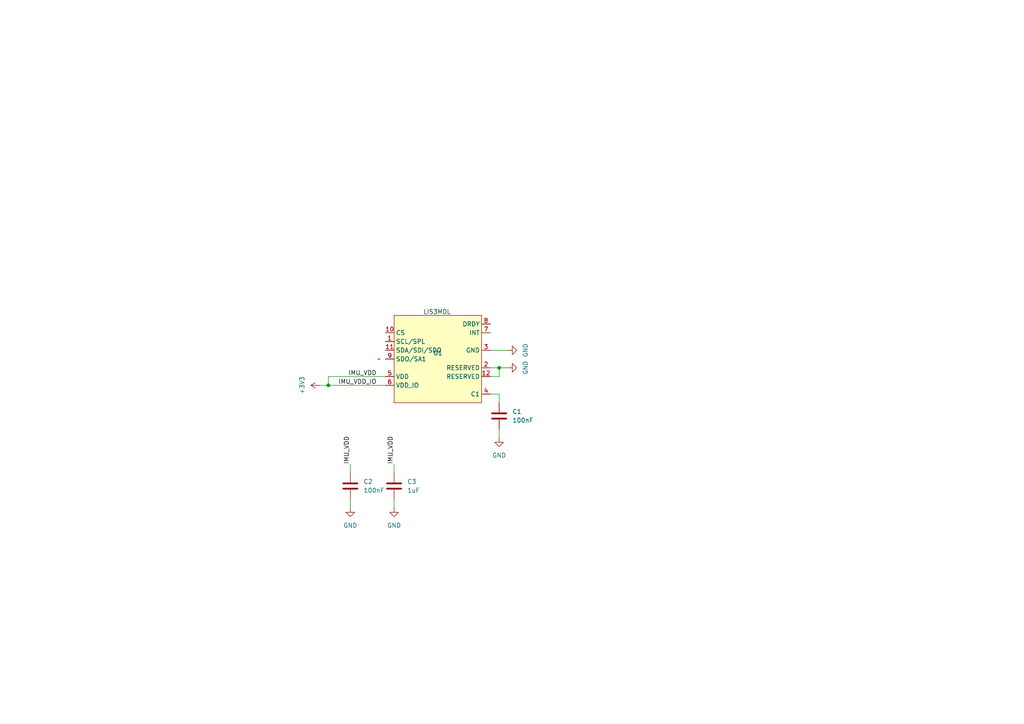
<source format=kicad_sch>
(kicad_sch (version 20231120) (generator "eeschema") (generator_version "8.0")
  (paper "A4")
  (lib_symbols
    (symbol "CUBESAT:LIS3DML"
      (property "Reference" "U" (at 0 15.494 0))
      (symbol "LIS3DML_0_0"
        (pin input line (at -15.24 5.08 0) (length 2.54) (name "SCL/SPL") (number "1"))
        (pin input line (at -15.24 7.62 0) (length 2.54) (name "CS") (number "10"))
        (pin input line (at -15.24 2.54 0) (length 2.54) (name "SDA/SDI/SDO") (number "11"))
        (pin passive line (at 15.24 -5.08 180) (length 2.54) (name "RESERVED") (number "12"))
        (pin passive line (at 15.24 -2.54 180) (length 2.54) (name "RESERVED") (number "2"))
        (pin power_in line (at 15.24 2.54 180) (length 2.54) (name "GND") (number "3"))
        (pin power_out line (at 15.24 -10.16 180) (length 2.54) (name "C1") (number "4"))
        (pin power_in line (at -15.24 -5.08 0) (length 2.54) (name "VDD") (number "5"))
        (pin power_in line (at -15.24 -7.62 0) (length 2.54) (name "VDD_IO") (number "6"))
        (pin output line (at 15.24 7.62 180) (length 2.54) (name "INT") (number "7"))
        (pin output line (at 15.24 10.16 180) (length 2.54) (name "DRDY") (number "8"))
        (pin output line (at -15.24 0 0) (length 2.54) (name "SDO/SA1") (number "9"))
      )
      (symbol "LIS3DML_1_1"
        (rectangle (start -12.7 12.7) (end 12.7 -12.7) (fill (type background)))
        (text "LIS3MDL" (at -0.254 13.716 0) (effects (font (size 1.27 1.27))))
      )
    )
    (symbol "Device:C" (pin_numbers hide) (pin_names (offset 0.254))
      (property "Reference" "C" (at 0.635 2.54 0))
      (property "Value" "C" (at 0.635 -2.54 0))
      (symbol "C_0_1"
        (polyline (pts (xy -2.032 -0.762) (xy 2.032 -0.762)) (stroke (width 0.508)))
        (polyline (pts (xy -2.032 0.762) (xy 2.032 0.762)) (stroke (width 0.508)))
      )
      (symbol "C_1_1"
        (pin passive line (at 0 3.81 270) (length 2.794) (name "~") (number "1"))
        (pin passive line (at 0 -3.81 90) (length 2.794) (name "~") (number "2"))
      )
    )
    (symbol "power:+3V3" (power) (pin_numbers hide) (pin_names (offset 0) hide)
      (property "Value" "+3V3" (at 0 3.556 0))
      (symbol "+3V3_0_1"
        (polyline (pts (xy -0.762 1.27) (xy 0 2.54)))
        (polyline (pts (xy 0 0) (xy 0 2.54)))
        (polyline (pts (xy 0 2.54) (xy 0.762 1.27)))
      )
      (symbol "+3V3_1_1"
        (pin power_in line (at 0 0 90) (length 0) (name "~") (number "1"))
      )
    )
    (symbol "power:GND" (power) (pin_numbers hide) (pin_names (offset 0) hide)
      (property "Value" "GND" (at 0 -3.81 0))
      (symbol "GND_0_1"
        (polyline (pts (xy 0 0) (xy 0 -1.27) (xy 1.27 -1.27) (xy 0 -2.54) (xy -1.27 -1.27) (xy 0 -1.27)))
      )
      (symbol "GND_1_1"
        (pin power_in line (at 0 0 270) (length 0) (name "~") (number "1"))
      )
    )
  )
  (junction (at 95.25 111.76))
  (junction (at 144.78 106.68))
  (wire (pts (xy 147.32 101.6) (xy 142.24 101.6)))
  (wire (pts (xy 147.32 106.68) (xy 144.78 106.68)))
  (wire (pts (xy 144.78 109.22) (xy 142.24 109.22)))
  (wire (pts (xy 92.71 111.76) (xy 95.25 111.76)))
  (wire (pts (xy 144.78 127) (xy 144.78 124.46)))
  (wire (pts (xy 101.6 137.16) (xy 101.6 134.62)))
  (wire (pts (xy 144.78 114.3) (xy 142.24 114.3)))
  (wire (pts (xy 95.25 111.76) (xy 111.76 111.76)))
  (wire (pts (xy 144.78 106.68) (xy 142.24 106.68)))
  (wire (pts (xy 144.78 116.84) (xy 144.78 114.3)))
  (wire (pts (xy 114.3 137.16) (xy 114.3 134.62)))
  (wire (pts (xy 95.25 109.22) (xy 111.76 109.22)))
  (wire (pts (xy 95.25 109.22) (xy 95.25 111.76)))
  (wire (pts (xy 101.6 147.32) (xy 101.6 144.78)))
  (wire (pts (xy 114.3 147.32) (xy 114.3 144.78)))
  (wire (pts (xy 144.78 109.22) (xy 144.78 106.68)))
  (label "IMU_VDD" (at 101.6 134.62 90))
  (label "IMU_VDD" (at 114.3 134.62 90))
  (label "IMU_VDD_IO" (at 109.22 111.76 180))
  (label "IMU_VDD" (at 109.22 109.22 180))
  (symbol (lib_id "Device:C") (at 114.3 140.97 0) (unit 1)
    (property "Reference" "C3" (at 118.11 139.6999 0) (effects (justify left)))
    (property "Value" "1uF" (at 118.11 142.2399 0) (effects (justify left)))
    (property "Description" "Unpolarized capacitor" (effects (hide yes)))
  )
  (symbol (lib_id "Device:C") (at 144.78 120.65 180) (unit 1)
    (property "Reference" "C1" (at 148.59 119.3799 0) (effects (justify right)))
    (property "Value" "100nF" (at 148.59 121.9199 0) (effects (justify right)))
    (property "Description" "Unpolarized capacitor" (effects (hide yes)))
  )
  (symbol (lib_id "power:+3V3") (at 92.71 111.76 90) (unit 1)
    (property "Reference" "#PWR02" (effects (hide yes)))
    (property "Value" "+3V3" (at 87.63 111.76 0))
    (property "Description" "Power symbol creates a global label with name \"+3V3\"" (effects (hide yes)))
  )
  (symbol (lib_id "CUBESAT:LIS3DML") (at 127 104.14 0) (unit 1)
    (property "Reference" "U1" (at 127 102.362 0))
    (property "Value" "~" (at 110.49 104.14 0) (effects (justify right)))
    (property "Datasheet" "https://www.st.com/resource/en/datasheet/lis3mdl.pdf" (effects (hide yes)))
    (property "Description" "The LIS3MDL is an ultralow-power high-performance 3-axis magnetic sensor with user-selectable full scales of ±4/±8/±12/±16 gauss." (effects (hide yes)))
  )
  (symbol (lib_id "power:GND") (at 147.32 101.6 90) (unit 1)
    (property "Reference" "#PWR01" (effects (hide yes)))
    (property "Value" "GND" (at 152.4 101.6 0))
    (property "Description" "Power symbol creates a global label with name \"GND\" , ground" (effects (hide yes)))
  )
  (symbol (lib_id "Device:C") (at 101.6 140.97 0) (unit 1)
    (property "Reference" "C2" (at 105.41 139.6999 0) (effects (justify left)))
    (property "Value" "100nF" (at 105.41 142.2399 0) (effects (justify left)))
    (property "Description" "Unpolarized capacitor" (effects (hide yes)))
  )
  (symbol (lib_id "power:GND") (at 144.78 127 0) (unit 1)
    (property "Reference" "#PWR05" (effects (hide yes)))
    (property "Value" "GND" (at 144.78 132.08 0))
    (property "Description" "Power symbol creates a global label with name \"GND\" , ground" (effects (hide yes)))
  )
  (symbol (lib_id "power:GND") (at 114.3 147.32 0) (unit 1)
    (property "Reference" "#PWR04" (effects (hide yes)))
    (property "Value" "GND" (at 114.3 152.4 0))
    (property "Description" "Power symbol creates a global label with name \"GND\" , ground" (effects (hide yes)))
  )
  (symbol (lib_id "power:GND") (at 147.32 106.68 90) (unit 1)
    (property "Reference" "#PWR06" (effects (hide yes)))
    (property "Value" "GND" (at 152.4 106.68 0))
    (property "Description" "Power symbol creates a global label with name \"GND\" , ground" (effects (hide yes)))
  )
  (symbol (lib_id "power:GND") (at 101.6 147.32 0) (unit 1)
    (property "Reference" "#PWR03" (effects (hide yes)))
    (property "Value" "GND" (at 101.6 152.4 0))
    (property "Description" "Power symbol creates a global label with name \"GND\" , ground" (effects (hide yes)))
  )
)
</source>
